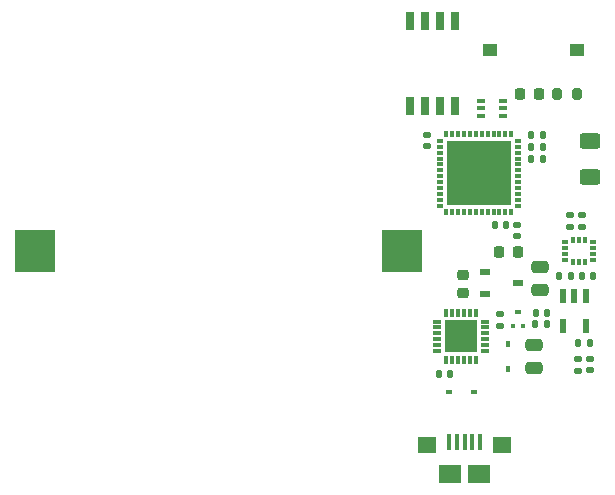
<source format=gbr>
%TF.GenerationSoftware,KiCad,Pcbnew,(6.0.0)*%
%TF.CreationDate,2022-02-22T11:37:22+00:00*%
%TF.ProjectId,Tracer,54726163-6572-42e6-9b69-6361645f7063,A*%
%TF.SameCoordinates,Original*%
%TF.FileFunction,Paste,Top*%
%TF.FilePolarity,Positive*%
%FSLAX46Y46*%
G04 Gerber Fmt 4.6, Leading zero omitted, Abs format (unit mm)*
G04 Created by KiCad (PCBNEW (6.0.0)) date 2022-02-22 11:37:22*
%MOMM*%
%LPD*%
G01*
G04 APERTURE LIST*
G04 Aperture macros list*
%AMRoundRect*
0 Rectangle with rounded corners*
0 $1 Rounding radius*
0 $2 $3 $4 $5 $6 $7 $8 $9 X,Y pos of 4 corners*
0 Add a 4 corners polygon primitive as box body*
4,1,4,$2,$3,$4,$5,$6,$7,$8,$9,$2,$3,0*
0 Add four circle primitives for the rounded corners*
1,1,$1+$1,$2,$3*
1,1,$1+$1,$4,$5*
1,1,$1+$1,$6,$7*
1,1,$1+$1,$8,$9*
0 Add four rect primitives between the rounded corners*
20,1,$1+$1,$2,$3,$4,$5,0*
20,1,$1+$1,$4,$5,$6,$7,0*
20,1,$1+$1,$6,$7,$8,$9,0*
20,1,$1+$1,$8,$9,$2,$3,0*%
G04 Aperture macros list end*
%ADD10RoundRect,0.135000X-0.135000X-0.185000X0.135000X-0.185000X0.135000X0.185000X-0.135000X0.185000X0*%
%ADD11RoundRect,0.140000X0.140000X0.170000X-0.140000X0.170000X-0.140000X-0.170000X0.140000X-0.170000X0*%
%ADD12R,3.400000X3.600000*%
%ADD13RoundRect,0.250000X0.475000X-0.250000X0.475000X0.250000X-0.475000X0.250000X-0.475000X-0.250000X0*%
%ADD14R,0.600000X0.450000*%
%ADD15R,0.400000X0.450000*%
%ADD16R,0.500000X0.450000*%
%ADD17RoundRect,0.135000X0.135000X0.185000X-0.135000X0.185000X-0.135000X-0.185000X0.135000X-0.185000X0*%
%ADD18RoundRect,0.250000X-0.475000X0.250000X-0.475000X-0.250000X0.475000X-0.250000X0.475000X0.250000X0*%
%ADD19R,0.575000X0.350000*%
%ADD20R,0.350000X0.575000*%
%ADD21R,0.400000X1.350000*%
%ADD22R,1.600000X1.400000*%
%ADD23R,1.900000X1.600000*%
%ADD24R,0.600000X1.200000*%
%ADD25RoundRect,0.135000X0.185000X-0.135000X0.185000X0.135000X-0.185000X0.135000X-0.185000X-0.135000X0*%
%ADD26RoundRect,0.140000X-0.170000X0.140000X-0.170000X-0.140000X0.170000X-0.140000X0.170000X0.140000X0*%
%ADD27R,0.900000X0.600000*%
%ADD28RoundRect,0.135000X-0.185000X0.135000X-0.185000X-0.135000X0.185000X-0.135000X0.185000X0.135000X0*%
%ADD29RoundRect,0.140000X-0.140000X-0.170000X0.140000X-0.170000X0.140000X0.170000X-0.140000X0.170000X0*%
%ADD30R,1.200000X1.000000*%
%ADD31R,0.450000X0.600000*%
%ADD32RoundRect,0.225000X0.225000X0.250000X-0.225000X0.250000X-0.225000X-0.250000X0.225000X-0.250000X0*%
%ADD33R,0.800000X0.300000*%
%ADD34R,0.300000X0.800000*%
%ADD35R,2.800000X2.800000*%
%ADD36RoundRect,0.250000X-0.625000X0.400000X-0.625000X-0.400000X0.625000X-0.400000X0.625000X0.400000X0*%
%ADD37R,0.650000X0.400000*%
%ADD38R,0.550000X0.350000*%
%ADD39R,0.350000X0.550000*%
%ADD40R,5.500000X5.500000*%
%ADD41RoundRect,0.225000X0.250000X-0.225000X0.250000X0.225000X-0.250000X0.225000X-0.250000X-0.225000X0*%
%ADD42RoundRect,0.225000X-0.225000X-0.250000X0.225000X-0.250000X0.225000X0.250000X-0.225000X0.250000X0*%
%ADD43R,0.650000X1.650000*%
%ADD44RoundRect,0.200000X0.200000X0.275000X-0.200000X0.275000X-0.200000X-0.275000X0.200000X-0.275000X0*%
%ADD45RoundRect,0.147500X-0.172500X0.147500X-0.172500X-0.147500X0.172500X-0.147500X0.172500X0.147500X0*%
%ADD46RoundRect,0.147500X-0.147500X-0.172500X0.147500X-0.172500X0.147500X0.172500X-0.147500X0.172500X0*%
%ADD47RoundRect,0.140000X0.170000X-0.140000X0.170000X0.140000X-0.170000X0.140000X-0.170000X-0.140000X0*%
G04 APERTURE END LIST*
D10*
%TO.C,R10*%
X173890000Y-88500000D03*
X174910000Y-88500000D03*
%TD*%
D11*
%TO.C,C1*%
X177280000Y-98400000D03*
X176320000Y-98400000D03*
%TD*%
D12*
%TO.C,BT1*%
X163000000Y-96300000D03*
X131900000Y-96300000D03*
%TD*%
D13*
%TO.C,C5*%
X174700000Y-99550000D03*
X174700000Y-97650000D03*
%TD*%
D14*
%TO.C,D1*%
X169050000Y-108200000D03*
X166950000Y-108200000D03*
%TD*%
D15*
%TO.C,Q2*%
X172400000Y-102595000D03*
X173200000Y-102595000D03*
D16*
X172800000Y-101445000D03*
%TD*%
D17*
%TO.C,R7*%
X174910000Y-87500000D03*
X173890000Y-87500000D03*
%TD*%
D18*
%TO.C,C3*%
X174200000Y-104250000D03*
X174200000Y-106150000D03*
%TD*%
D19*
%TO.C,IC1*%
X176837000Y-95550000D03*
X176837000Y-96050000D03*
X176837000Y-96550000D03*
X176837000Y-97050000D03*
D20*
X177500000Y-97212000D03*
X178000000Y-97212000D03*
X178500000Y-97212000D03*
D19*
X179163000Y-97050000D03*
X179163000Y-96550000D03*
X179163000Y-96050000D03*
X179163000Y-95550000D03*
D20*
X178500000Y-95388000D03*
X178000000Y-95388000D03*
X177500000Y-95388000D03*
%TD*%
D21*
%TO.C,J1*%
X167000000Y-112462500D03*
X167650000Y-112462500D03*
X168300000Y-112462500D03*
X168950000Y-112462500D03*
X169600000Y-112462500D03*
D22*
X165100000Y-112687500D03*
D23*
X167100000Y-115137500D03*
X169500000Y-115137500D03*
D22*
X171500000Y-112687500D03*
%TD*%
D24*
%TO.C,IC5*%
X178550000Y-100100000D03*
X177600000Y-100100000D03*
X176650000Y-100100000D03*
X176650000Y-102600000D03*
X178550000Y-102600000D03*
%TD*%
D25*
%TO.C,R2*%
X177900000Y-106405000D03*
X177900000Y-105385000D03*
%TD*%
D26*
%TO.C,C10*%
X172750000Y-94050000D03*
X172750000Y-95010000D03*
%TD*%
D27*
%TO.C,IC6*%
X170000000Y-98050000D03*
X170000000Y-99950000D03*
X172800000Y-99000000D03*
%TD*%
D28*
%TO.C,R4*%
X178200000Y-93190000D03*
X178200000Y-94210000D03*
%TD*%
D17*
%TO.C,R6*%
X178920000Y-104095000D03*
X177900000Y-104095000D03*
%TD*%
D10*
%TO.C,R3*%
X174290000Y-102495000D03*
X175310000Y-102495000D03*
%TD*%
D29*
%TO.C,C2*%
X178240000Y-98400000D03*
X179200000Y-98400000D03*
%TD*%
D30*
%TO.C,S1*%
X177850000Y-79300000D03*
X170450000Y-79300000D03*
%TD*%
D31*
%TO.C,D3*%
X172000000Y-104150000D03*
X172000000Y-106250000D03*
%TD*%
D32*
%TO.C,C4*%
X172775000Y-96400000D03*
X171225000Y-96400000D03*
%TD*%
D28*
%TO.C,R1*%
X171300000Y-101580000D03*
X171300000Y-102600000D03*
%TD*%
D33*
%TO.C,IC4*%
X166000000Y-102250000D03*
X166000000Y-102750000D03*
X166000000Y-103250000D03*
X166000000Y-103750000D03*
X166000000Y-104250000D03*
X166000000Y-104750000D03*
D34*
X166750000Y-105500000D03*
X167250000Y-105500000D03*
X167750000Y-105500000D03*
X168250000Y-105500000D03*
X168750000Y-105500000D03*
X169250000Y-105500000D03*
D33*
X170000000Y-104750000D03*
X170000000Y-104250000D03*
X170000000Y-103750000D03*
X170000000Y-103250000D03*
X170000000Y-102750000D03*
X170000000Y-102250000D03*
D34*
X169250000Y-101500000D03*
X168750000Y-101500000D03*
X168250000Y-101500000D03*
X167750000Y-101500000D03*
X167250000Y-101500000D03*
X166750000Y-101500000D03*
D35*
X168000000Y-103500000D03*
%TD*%
D36*
%TO.C,AE1*%
X178900000Y-86950000D03*
X178900000Y-90050000D03*
%TD*%
D10*
%TO.C,R9*%
X173890000Y-86450000D03*
X174910000Y-86450000D03*
%TD*%
D37*
%TO.C,Q1*%
X169650000Y-83550000D03*
X169650000Y-84200000D03*
X169650000Y-84850000D03*
X171550000Y-84850000D03*
X171550000Y-84200000D03*
X171550000Y-83550000D03*
%TD*%
D38*
%TO.C,IC3*%
X172800000Y-92450000D03*
X172800000Y-91950000D03*
X172800000Y-91450000D03*
X172800000Y-90950000D03*
X172800000Y-90450000D03*
X172800000Y-89950000D03*
X172800000Y-89450000D03*
X172800000Y-88950000D03*
X172800000Y-88450000D03*
X172800000Y-87950000D03*
X172800000Y-87450000D03*
X172800000Y-86950000D03*
D39*
X172250000Y-86400000D03*
X171750000Y-86400000D03*
X171250000Y-86400000D03*
X170750000Y-86400000D03*
X170250000Y-86400000D03*
X169750000Y-86400000D03*
X169250000Y-86400000D03*
X168750000Y-86400000D03*
X168250000Y-86400000D03*
X167750000Y-86400000D03*
X167250000Y-86400000D03*
X166750000Y-86400000D03*
D38*
X166200000Y-86950000D03*
X166200000Y-87450000D03*
X166200000Y-87950000D03*
X166200000Y-88450000D03*
X166200000Y-88950000D03*
X166200000Y-89450000D03*
X166200000Y-89950000D03*
X166200000Y-90450000D03*
X166200000Y-90950000D03*
X166200000Y-91450000D03*
X166200000Y-91950000D03*
X166200000Y-92450000D03*
D39*
X166750000Y-93000000D03*
X167250000Y-93000000D03*
X167750000Y-93000000D03*
X168250000Y-93000000D03*
X168750000Y-93000000D03*
X169250000Y-93000000D03*
X169750000Y-93000000D03*
X170250000Y-93000000D03*
X170750000Y-93000000D03*
X171250000Y-93000000D03*
X171750000Y-93000000D03*
X172250000Y-93000000D03*
D40*
X169506000Y-89713000D03*
%TD*%
D41*
%TO.C,C6*%
X168130000Y-99850000D03*
X168130000Y-98300000D03*
%TD*%
D42*
%TO.C,C7*%
X173025000Y-82950000D03*
X174575000Y-82950000D03*
%TD*%
D43*
%TO.C,IC2*%
X167505000Y-76800000D03*
X166235000Y-76800000D03*
X164965000Y-76800000D03*
X163695000Y-76800000D03*
X163695000Y-84000000D03*
X164965000Y-84000000D03*
X166235000Y-84000000D03*
X167505000Y-84000000D03*
%TD*%
D28*
%TO.C,R5*%
X177200000Y-93190000D03*
X177200000Y-94210000D03*
%TD*%
D11*
%TO.C,C8*%
X167080000Y-106700000D03*
X166120000Y-106700000D03*
%TD*%
D44*
%TO.C,R8*%
X177775000Y-82950000D03*
X176125000Y-82950000D03*
%TD*%
D45*
%TO.C,D2*%
X178900000Y-105415000D03*
X178900000Y-106385000D03*
%TD*%
D46*
%TO.C,D4*%
X174325000Y-101495000D03*
X175295000Y-101495000D03*
%TD*%
D47*
%TO.C,C11*%
X165100000Y-87380000D03*
X165100000Y-86420000D03*
%TD*%
D29*
%TO.C,C9*%
X170840000Y-94100000D03*
X171800000Y-94100000D03*
%TD*%
M02*

</source>
